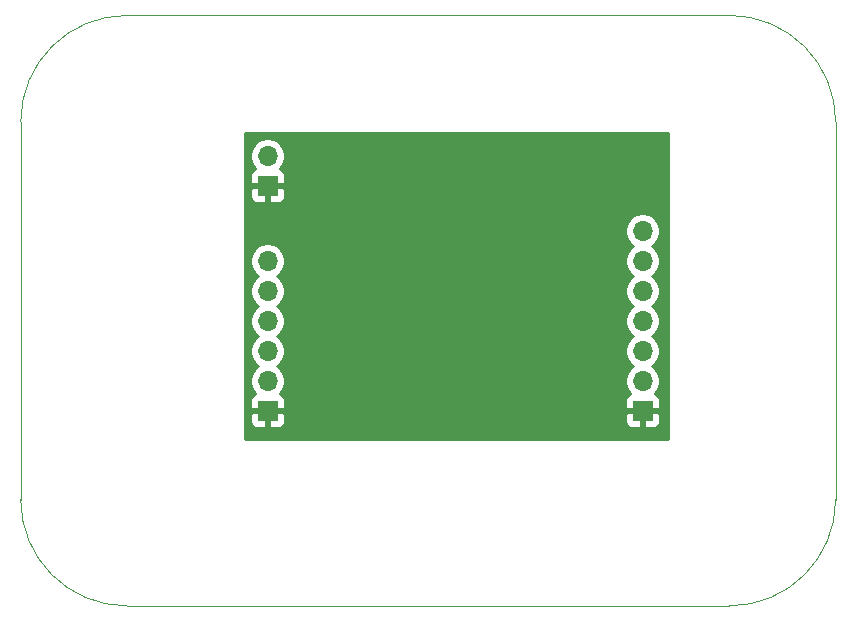
<source format=gbr>
%TF.GenerationSoftware,KiCad,Pcbnew,(5.1.10)-1*%
%TF.CreationDate,2021-08-02T08:48:12-04:00*%
%TF.ProjectId,lora-testing-board,6c6f7261-2d74-4657-9374-696e672d626f,rev?*%
%TF.SameCoordinates,Original*%
%TF.FileFunction,Copper,L2,Bot*%
%TF.FilePolarity,Positive*%
%FSLAX46Y46*%
G04 Gerber Fmt 4.6, Leading zero omitted, Abs format (unit mm)*
G04 Created by KiCad (PCBNEW (5.1.10)-1) date 2021-08-02 08:48:12*
%MOMM*%
%LPD*%
G01*
G04 APERTURE LIST*
%TA.AperFunction,Profile*%
%ADD10C,0.050000*%
%TD*%
%TA.AperFunction,ComponentPad*%
%ADD11R,1.700000X1.700000*%
%TD*%
%TA.AperFunction,ComponentPad*%
%ADD12O,1.700000X1.700000*%
%TD*%
%TA.AperFunction,Conductor*%
%ADD13C,0.254000*%
%TD*%
%TA.AperFunction,Conductor*%
%ADD14C,0.100000*%
%TD*%
G04 APERTURE END LIST*
D10*
X137000000Y-118000000D02*
G75*
G02*
X128000000Y-127000000I-9000000J0D01*
G01*
X77000000Y-127000000D02*
G75*
G02*
X68000000Y-118000000I0J9000000D01*
G01*
X128000000Y-77000000D02*
G75*
G02*
X137000000Y-86000000I0J-9000000D01*
G01*
X68000000Y-86000000D02*
G75*
G02*
X77000000Y-77000000I9000000J0D01*
G01*
X128000000Y-77000000D02*
X77000000Y-77000000D01*
X137000000Y-118000000D02*
X137000000Y-86000000D01*
X77000000Y-127000000D02*
X128000000Y-127000000D01*
X68000000Y-86000000D02*
X68000000Y-118000000D01*
D11*
%TO.P,J1,1*%
%TO.N,GND1*%
X88900000Y-91440000D03*
D12*
%TO.P,J1,2*%
%TO.N,Net-(C1-Pad1)*%
X88900000Y-88900000D03*
%TD*%
D11*
%TO.P,J2,1*%
%TO.N,GND1*%
X88900000Y-110490000D03*
D12*
%TO.P,J2,2*%
%TO.N,Net-(J2-Pad2)*%
X88900000Y-107950000D03*
%TO.P,J2,3*%
%TO.N,Net-(J2-Pad3)*%
X88900000Y-105410000D03*
%TO.P,J2,4*%
%TO.N,Net-(J2-Pad4)*%
X88900000Y-102870000D03*
%TO.P,J2,5*%
%TO.N,Net-(J2-Pad5)*%
X88900000Y-100330000D03*
%TO.P,J2,6*%
%TO.N,Net-(J2-Pad6)*%
X88900000Y-97790000D03*
%TD*%
D11*
%TO.P,J4,1*%
%TO.N,GND1*%
X120650000Y-110490000D03*
D12*
%TO.P,J4,2*%
%TO.N,Net-(J4-Pad2)*%
X120650000Y-107950000D03*
%TO.P,J4,3*%
%TO.N,Net-(J4-Pad3)*%
X120650000Y-105410000D03*
%TO.P,J4,4*%
%TO.N,Net-(J4-Pad4)*%
X120650000Y-102870000D03*
%TO.P,J4,5*%
%TO.N,Net-(J4-Pad5)*%
X120650000Y-100330000D03*
%TO.P,J4,6*%
%TO.N,Net-(J4-Pad6)*%
X120650000Y-97790000D03*
%TO.P,J4,7*%
%TO.N,Net-(J4-Pad7)*%
X120650000Y-95250000D03*
%TD*%
D13*
%TO.N,GND1*%
X122809000Y-112903000D02*
X86995000Y-112903000D01*
X86995000Y-111340000D01*
X87411928Y-111340000D01*
X87424188Y-111464482D01*
X87460498Y-111584180D01*
X87519463Y-111694494D01*
X87598815Y-111791185D01*
X87695506Y-111870537D01*
X87805820Y-111929502D01*
X87925518Y-111965812D01*
X88050000Y-111978072D01*
X88614250Y-111975000D01*
X88773000Y-111816250D01*
X88773000Y-110617000D01*
X89027000Y-110617000D01*
X89027000Y-111816250D01*
X89185750Y-111975000D01*
X89750000Y-111978072D01*
X89874482Y-111965812D01*
X89994180Y-111929502D01*
X90104494Y-111870537D01*
X90201185Y-111791185D01*
X90280537Y-111694494D01*
X90339502Y-111584180D01*
X90375812Y-111464482D01*
X90388072Y-111340000D01*
X119161928Y-111340000D01*
X119174188Y-111464482D01*
X119210498Y-111584180D01*
X119269463Y-111694494D01*
X119348815Y-111791185D01*
X119445506Y-111870537D01*
X119555820Y-111929502D01*
X119675518Y-111965812D01*
X119800000Y-111978072D01*
X120364250Y-111975000D01*
X120523000Y-111816250D01*
X120523000Y-110617000D01*
X120777000Y-110617000D01*
X120777000Y-111816250D01*
X120935750Y-111975000D01*
X121500000Y-111978072D01*
X121624482Y-111965812D01*
X121744180Y-111929502D01*
X121854494Y-111870537D01*
X121951185Y-111791185D01*
X122030537Y-111694494D01*
X122089502Y-111584180D01*
X122125812Y-111464482D01*
X122138072Y-111340000D01*
X122135000Y-110775750D01*
X121976250Y-110617000D01*
X120777000Y-110617000D01*
X120523000Y-110617000D01*
X119323750Y-110617000D01*
X119165000Y-110775750D01*
X119161928Y-111340000D01*
X90388072Y-111340000D01*
X90385000Y-110775750D01*
X90226250Y-110617000D01*
X89027000Y-110617000D01*
X88773000Y-110617000D01*
X87573750Y-110617000D01*
X87415000Y-110775750D01*
X87411928Y-111340000D01*
X86995000Y-111340000D01*
X86995000Y-109640000D01*
X87411928Y-109640000D01*
X87415000Y-110204250D01*
X87573750Y-110363000D01*
X88773000Y-110363000D01*
X88773000Y-110343000D01*
X89027000Y-110343000D01*
X89027000Y-110363000D01*
X90226250Y-110363000D01*
X90385000Y-110204250D01*
X90388072Y-109640000D01*
X119161928Y-109640000D01*
X119165000Y-110204250D01*
X119323750Y-110363000D01*
X120523000Y-110363000D01*
X120523000Y-110343000D01*
X120777000Y-110343000D01*
X120777000Y-110363000D01*
X121976250Y-110363000D01*
X122135000Y-110204250D01*
X122138072Y-109640000D01*
X122125812Y-109515518D01*
X122089502Y-109395820D01*
X122030537Y-109285506D01*
X121951185Y-109188815D01*
X121854494Y-109109463D01*
X121744180Y-109050498D01*
X121671620Y-109028487D01*
X121803475Y-108896632D01*
X121965990Y-108653411D01*
X122077932Y-108383158D01*
X122135000Y-108096260D01*
X122135000Y-107803740D01*
X122077932Y-107516842D01*
X121965990Y-107246589D01*
X121803475Y-107003368D01*
X121596632Y-106796525D01*
X121422240Y-106680000D01*
X121596632Y-106563475D01*
X121803475Y-106356632D01*
X121965990Y-106113411D01*
X122077932Y-105843158D01*
X122135000Y-105556260D01*
X122135000Y-105263740D01*
X122077932Y-104976842D01*
X121965990Y-104706589D01*
X121803475Y-104463368D01*
X121596632Y-104256525D01*
X121422240Y-104140000D01*
X121596632Y-104023475D01*
X121803475Y-103816632D01*
X121965990Y-103573411D01*
X122077932Y-103303158D01*
X122135000Y-103016260D01*
X122135000Y-102723740D01*
X122077932Y-102436842D01*
X121965990Y-102166589D01*
X121803475Y-101923368D01*
X121596632Y-101716525D01*
X121422240Y-101600000D01*
X121596632Y-101483475D01*
X121803475Y-101276632D01*
X121965990Y-101033411D01*
X122077932Y-100763158D01*
X122135000Y-100476260D01*
X122135000Y-100183740D01*
X122077932Y-99896842D01*
X121965990Y-99626589D01*
X121803475Y-99383368D01*
X121596632Y-99176525D01*
X121422240Y-99060000D01*
X121596632Y-98943475D01*
X121803475Y-98736632D01*
X121965990Y-98493411D01*
X122077932Y-98223158D01*
X122135000Y-97936260D01*
X122135000Y-97643740D01*
X122077932Y-97356842D01*
X121965990Y-97086589D01*
X121803475Y-96843368D01*
X121596632Y-96636525D01*
X121422240Y-96520000D01*
X121596632Y-96403475D01*
X121803475Y-96196632D01*
X121965990Y-95953411D01*
X122077932Y-95683158D01*
X122135000Y-95396260D01*
X122135000Y-95103740D01*
X122077932Y-94816842D01*
X121965990Y-94546589D01*
X121803475Y-94303368D01*
X121596632Y-94096525D01*
X121353411Y-93934010D01*
X121083158Y-93822068D01*
X120796260Y-93765000D01*
X120503740Y-93765000D01*
X120216842Y-93822068D01*
X119946589Y-93934010D01*
X119703368Y-94096525D01*
X119496525Y-94303368D01*
X119334010Y-94546589D01*
X119222068Y-94816842D01*
X119165000Y-95103740D01*
X119165000Y-95396260D01*
X119222068Y-95683158D01*
X119334010Y-95953411D01*
X119496525Y-96196632D01*
X119703368Y-96403475D01*
X119877760Y-96520000D01*
X119703368Y-96636525D01*
X119496525Y-96843368D01*
X119334010Y-97086589D01*
X119222068Y-97356842D01*
X119165000Y-97643740D01*
X119165000Y-97936260D01*
X119222068Y-98223158D01*
X119334010Y-98493411D01*
X119496525Y-98736632D01*
X119703368Y-98943475D01*
X119877760Y-99060000D01*
X119703368Y-99176525D01*
X119496525Y-99383368D01*
X119334010Y-99626589D01*
X119222068Y-99896842D01*
X119165000Y-100183740D01*
X119165000Y-100476260D01*
X119222068Y-100763158D01*
X119334010Y-101033411D01*
X119496525Y-101276632D01*
X119703368Y-101483475D01*
X119877760Y-101600000D01*
X119703368Y-101716525D01*
X119496525Y-101923368D01*
X119334010Y-102166589D01*
X119222068Y-102436842D01*
X119165000Y-102723740D01*
X119165000Y-103016260D01*
X119222068Y-103303158D01*
X119334010Y-103573411D01*
X119496525Y-103816632D01*
X119703368Y-104023475D01*
X119877760Y-104140000D01*
X119703368Y-104256525D01*
X119496525Y-104463368D01*
X119334010Y-104706589D01*
X119222068Y-104976842D01*
X119165000Y-105263740D01*
X119165000Y-105556260D01*
X119222068Y-105843158D01*
X119334010Y-106113411D01*
X119496525Y-106356632D01*
X119703368Y-106563475D01*
X119877760Y-106680000D01*
X119703368Y-106796525D01*
X119496525Y-107003368D01*
X119334010Y-107246589D01*
X119222068Y-107516842D01*
X119165000Y-107803740D01*
X119165000Y-108096260D01*
X119222068Y-108383158D01*
X119334010Y-108653411D01*
X119496525Y-108896632D01*
X119628380Y-109028487D01*
X119555820Y-109050498D01*
X119445506Y-109109463D01*
X119348815Y-109188815D01*
X119269463Y-109285506D01*
X119210498Y-109395820D01*
X119174188Y-109515518D01*
X119161928Y-109640000D01*
X90388072Y-109640000D01*
X90375812Y-109515518D01*
X90339502Y-109395820D01*
X90280537Y-109285506D01*
X90201185Y-109188815D01*
X90104494Y-109109463D01*
X89994180Y-109050498D01*
X89921620Y-109028487D01*
X90053475Y-108896632D01*
X90215990Y-108653411D01*
X90327932Y-108383158D01*
X90385000Y-108096260D01*
X90385000Y-107803740D01*
X90327932Y-107516842D01*
X90215990Y-107246589D01*
X90053475Y-107003368D01*
X89846632Y-106796525D01*
X89672240Y-106680000D01*
X89846632Y-106563475D01*
X90053475Y-106356632D01*
X90215990Y-106113411D01*
X90327932Y-105843158D01*
X90385000Y-105556260D01*
X90385000Y-105263740D01*
X90327932Y-104976842D01*
X90215990Y-104706589D01*
X90053475Y-104463368D01*
X89846632Y-104256525D01*
X89672240Y-104140000D01*
X89846632Y-104023475D01*
X90053475Y-103816632D01*
X90215990Y-103573411D01*
X90327932Y-103303158D01*
X90385000Y-103016260D01*
X90385000Y-102723740D01*
X90327932Y-102436842D01*
X90215990Y-102166589D01*
X90053475Y-101923368D01*
X89846632Y-101716525D01*
X89672240Y-101600000D01*
X89846632Y-101483475D01*
X90053475Y-101276632D01*
X90215990Y-101033411D01*
X90327932Y-100763158D01*
X90385000Y-100476260D01*
X90385000Y-100183740D01*
X90327932Y-99896842D01*
X90215990Y-99626589D01*
X90053475Y-99383368D01*
X89846632Y-99176525D01*
X89672240Y-99060000D01*
X89846632Y-98943475D01*
X90053475Y-98736632D01*
X90215990Y-98493411D01*
X90327932Y-98223158D01*
X90385000Y-97936260D01*
X90385000Y-97643740D01*
X90327932Y-97356842D01*
X90215990Y-97086589D01*
X90053475Y-96843368D01*
X89846632Y-96636525D01*
X89603411Y-96474010D01*
X89333158Y-96362068D01*
X89046260Y-96305000D01*
X88753740Y-96305000D01*
X88466842Y-96362068D01*
X88196589Y-96474010D01*
X87953368Y-96636525D01*
X87746525Y-96843368D01*
X87584010Y-97086589D01*
X87472068Y-97356842D01*
X87415000Y-97643740D01*
X87415000Y-97936260D01*
X87472068Y-98223158D01*
X87584010Y-98493411D01*
X87746525Y-98736632D01*
X87953368Y-98943475D01*
X88127760Y-99060000D01*
X87953368Y-99176525D01*
X87746525Y-99383368D01*
X87584010Y-99626589D01*
X87472068Y-99896842D01*
X87415000Y-100183740D01*
X87415000Y-100476260D01*
X87472068Y-100763158D01*
X87584010Y-101033411D01*
X87746525Y-101276632D01*
X87953368Y-101483475D01*
X88127760Y-101600000D01*
X87953368Y-101716525D01*
X87746525Y-101923368D01*
X87584010Y-102166589D01*
X87472068Y-102436842D01*
X87415000Y-102723740D01*
X87415000Y-103016260D01*
X87472068Y-103303158D01*
X87584010Y-103573411D01*
X87746525Y-103816632D01*
X87953368Y-104023475D01*
X88127760Y-104140000D01*
X87953368Y-104256525D01*
X87746525Y-104463368D01*
X87584010Y-104706589D01*
X87472068Y-104976842D01*
X87415000Y-105263740D01*
X87415000Y-105556260D01*
X87472068Y-105843158D01*
X87584010Y-106113411D01*
X87746525Y-106356632D01*
X87953368Y-106563475D01*
X88127760Y-106680000D01*
X87953368Y-106796525D01*
X87746525Y-107003368D01*
X87584010Y-107246589D01*
X87472068Y-107516842D01*
X87415000Y-107803740D01*
X87415000Y-108096260D01*
X87472068Y-108383158D01*
X87584010Y-108653411D01*
X87746525Y-108896632D01*
X87878380Y-109028487D01*
X87805820Y-109050498D01*
X87695506Y-109109463D01*
X87598815Y-109188815D01*
X87519463Y-109285506D01*
X87460498Y-109395820D01*
X87424188Y-109515518D01*
X87411928Y-109640000D01*
X86995000Y-109640000D01*
X86995000Y-92290000D01*
X87411928Y-92290000D01*
X87424188Y-92414482D01*
X87460498Y-92534180D01*
X87519463Y-92644494D01*
X87598815Y-92741185D01*
X87695506Y-92820537D01*
X87805820Y-92879502D01*
X87925518Y-92915812D01*
X88050000Y-92928072D01*
X88614250Y-92925000D01*
X88773000Y-92766250D01*
X88773000Y-91567000D01*
X89027000Y-91567000D01*
X89027000Y-92766250D01*
X89185750Y-92925000D01*
X89750000Y-92928072D01*
X89874482Y-92915812D01*
X89994180Y-92879502D01*
X90104494Y-92820537D01*
X90201185Y-92741185D01*
X90280537Y-92644494D01*
X90339502Y-92534180D01*
X90375812Y-92414482D01*
X90388072Y-92290000D01*
X90385000Y-91725750D01*
X90226250Y-91567000D01*
X89027000Y-91567000D01*
X88773000Y-91567000D01*
X87573750Y-91567000D01*
X87415000Y-91725750D01*
X87411928Y-92290000D01*
X86995000Y-92290000D01*
X86995000Y-90590000D01*
X87411928Y-90590000D01*
X87415000Y-91154250D01*
X87573750Y-91313000D01*
X88773000Y-91313000D01*
X88773000Y-91293000D01*
X89027000Y-91293000D01*
X89027000Y-91313000D01*
X90226250Y-91313000D01*
X90385000Y-91154250D01*
X90388072Y-90590000D01*
X90375812Y-90465518D01*
X90339502Y-90345820D01*
X90280537Y-90235506D01*
X90201185Y-90138815D01*
X90104494Y-90059463D01*
X89994180Y-90000498D01*
X89921620Y-89978487D01*
X90053475Y-89846632D01*
X90215990Y-89603411D01*
X90327932Y-89333158D01*
X90385000Y-89046260D01*
X90385000Y-88753740D01*
X90327932Y-88466842D01*
X90215990Y-88196589D01*
X90053475Y-87953368D01*
X89846632Y-87746525D01*
X89603411Y-87584010D01*
X89333158Y-87472068D01*
X89046260Y-87415000D01*
X88753740Y-87415000D01*
X88466842Y-87472068D01*
X88196589Y-87584010D01*
X87953368Y-87746525D01*
X87746525Y-87953368D01*
X87584010Y-88196589D01*
X87472068Y-88466842D01*
X87415000Y-88753740D01*
X87415000Y-89046260D01*
X87472068Y-89333158D01*
X87584010Y-89603411D01*
X87746525Y-89846632D01*
X87878380Y-89978487D01*
X87805820Y-90000498D01*
X87695506Y-90059463D01*
X87598815Y-90138815D01*
X87519463Y-90235506D01*
X87460498Y-90345820D01*
X87424188Y-90465518D01*
X87411928Y-90590000D01*
X86995000Y-90590000D01*
X86995000Y-86995000D01*
X122809000Y-86995000D01*
X122809000Y-112903000D01*
%TA.AperFunction,Conductor*%
D14*
G36*
X122809000Y-112903000D02*
G01*
X86995000Y-112903000D01*
X86995000Y-111340000D01*
X87411928Y-111340000D01*
X87424188Y-111464482D01*
X87460498Y-111584180D01*
X87519463Y-111694494D01*
X87598815Y-111791185D01*
X87695506Y-111870537D01*
X87805820Y-111929502D01*
X87925518Y-111965812D01*
X88050000Y-111978072D01*
X88614250Y-111975000D01*
X88773000Y-111816250D01*
X88773000Y-110617000D01*
X89027000Y-110617000D01*
X89027000Y-111816250D01*
X89185750Y-111975000D01*
X89750000Y-111978072D01*
X89874482Y-111965812D01*
X89994180Y-111929502D01*
X90104494Y-111870537D01*
X90201185Y-111791185D01*
X90280537Y-111694494D01*
X90339502Y-111584180D01*
X90375812Y-111464482D01*
X90388072Y-111340000D01*
X119161928Y-111340000D01*
X119174188Y-111464482D01*
X119210498Y-111584180D01*
X119269463Y-111694494D01*
X119348815Y-111791185D01*
X119445506Y-111870537D01*
X119555820Y-111929502D01*
X119675518Y-111965812D01*
X119800000Y-111978072D01*
X120364250Y-111975000D01*
X120523000Y-111816250D01*
X120523000Y-110617000D01*
X120777000Y-110617000D01*
X120777000Y-111816250D01*
X120935750Y-111975000D01*
X121500000Y-111978072D01*
X121624482Y-111965812D01*
X121744180Y-111929502D01*
X121854494Y-111870537D01*
X121951185Y-111791185D01*
X122030537Y-111694494D01*
X122089502Y-111584180D01*
X122125812Y-111464482D01*
X122138072Y-111340000D01*
X122135000Y-110775750D01*
X121976250Y-110617000D01*
X120777000Y-110617000D01*
X120523000Y-110617000D01*
X119323750Y-110617000D01*
X119165000Y-110775750D01*
X119161928Y-111340000D01*
X90388072Y-111340000D01*
X90385000Y-110775750D01*
X90226250Y-110617000D01*
X89027000Y-110617000D01*
X88773000Y-110617000D01*
X87573750Y-110617000D01*
X87415000Y-110775750D01*
X87411928Y-111340000D01*
X86995000Y-111340000D01*
X86995000Y-109640000D01*
X87411928Y-109640000D01*
X87415000Y-110204250D01*
X87573750Y-110363000D01*
X88773000Y-110363000D01*
X88773000Y-110343000D01*
X89027000Y-110343000D01*
X89027000Y-110363000D01*
X90226250Y-110363000D01*
X90385000Y-110204250D01*
X90388072Y-109640000D01*
X119161928Y-109640000D01*
X119165000Y-110204250D01*
X119323750Y-110363000D01*
X120523000Y-110363000D01*
X120523000Y-110343000D01*
X120777000Y-110343000D01*
X120777000Y-110363000D01*
X121976250Y-110363000D01*
X122135000Y-110204250D01*
X122138072Y-109640000D01*
X122125812Y-109515518D01*
X122089502Y-109395820D01*
X122030537Y-109285506D01*
X121951185Y-109188815D01*
X121854494Y-109109463D01*
X121744180Y-109050498D01*
X121671620Y-109028487D01*
X121803475Y-108896632D01*
X121965990Y-108653411D01*
X122077932Y-108383158D01*
X122135000Y-108096260D01*
X122135000Y-107803740D01*
X122077932Y-107516842D01*
X121965990Y-107246589D01*
X121803475Y-107003368D01*
X121596632Y-106796525D01*
X121422240Y-106680000D01*
X121596632Y-106563475D01*
X121803475Y-106356632D01*
X121965990Y-106113411D01*
X122077932Y-105843158D01*
X122135000Y-105556260D01*
X122135000Y-105263740D01*
X122077932Y-104976842D01*
X121965990Y-104706589D01*
X121803475Y-104463368D01*
X121596632Y-104256525D01*
X121422240Y-104140000D01*
X121596632Y-104023475D01*
X121803475Y-103816632D01*
X121965990Y-103573411D01*
X122077932Y-103303158D01*
X122135000Y-103016260D01*
X122135000Y-102723740D01*
X122077932Y-102436842D01*
X121965990Y-102166589D01*
X121803475Y-101923368D01*
X121596632Y-101716525D01*
X121422240Y-101600000D01*
X121596632Y-101483475D01*
X121803475Y-101276632D01*
X121965990Y-101033411D01*
X122077932Y-100763158D01*
X122135000Y-100476260D01*
X122135000Y-100183740D01*
X122077932Y-99896842D01*
X121965990Y-99626589D01*
X121803475Y-99383368D01*
X121596632Y-99176525D01*
X121422240Y-99060000D01*
X121596632Y-98943475D01*
X121803475Y-98736632D01*
X121965990Y-98493411D01*
X122077932Y-98223158D01*
X122135000Y-97936260D01*
X122135000Y-97643740D01*
X122077932Y-97356842D01*
X121965990Y-97086589D01*
X121803475Y-96843368D01*
X121596632Y-96636525D01*
X121422240Y-96520000D01*
X121596632Y-96403475D01*
X121803475Y-96196632D01*
X121965990Y-95953411D01*
X122077932Y-95683158D01*
X122135000Y-95396260D01*
X122135000Y-95103740D01*
X122077932Y-94816842D01*
X121965990Y-94546589D01*
X121803475Y-94303368D01*
X121596632Y-94096525D01*
X121353411Y-93934010D01*
X121083158Y-93822068D01*
X120796260Y-93765000D01*
X120503740Y-93765000D01*
X120216842Y-93822068D01*
X119946589Y-93934010D01*
X119703368Y-94096525D01*
X119496525Y-94303368D01*
X119334010Y-94546589D01*
X119222068Y-94816842D01*
X119165000Y-95103740D01*
X119165000Y-95396260D01*
X119222068Y-95683158D01*
X119334010Y-95953411D01*
X119496525Y-96196632D01*
X119703368Y-96403475D01*
X119877760Y-96520000D01*
X119703368Y-96636525D01*
X119496525Y-96843368D01*
X119334010Y-97086589D01*
X119222068Y-97356842D01*
X119165000Y-97643740D01*
X119165000Y-97936260D01*
X119222068Y-98223158D01*
X119334010Y-98493411D01*
X119496525Y-98736632D01*
X119703368Y-98943475D01*
X119877760Y-99060000D01*
X119703368Y-99176525D01*
X119496525Y-99383368D01*
X119334010Y-99626589D01*
X119222068Y-99896842D01*
X119165000Y-100183740D01*
X119165000Y-100476260D01*
X119222068Y-100763158D01*
X119334010Y-101033411D01*
X119496525Y-101276632D01*
X119703368Y-101483475D01*
X119877760Y-101600000D01*
X119703368Y-101716525D01*
X119496525Y-101923368D01*
X119334010Y-102166589D01*
X119222068Y-102436842D01*
X119165000Y-102723740D01*
X119165000Y-103016260D01*
X119222068Y-103303158D01*
X119334010Y-103573411D01*
X119496525Y-103816632D01*
X119703368Y-104023475D01*
X119877760Y-104140000D01*
X119703368Y-104256525D01*
X119496525Y-104463368D01*
X119334010Y-104706589D01*
X119222068Y-104976842D01*
X119165000Y-105263740D01*
X119165000Y-105556260D01*
X119222068Y-105843158D01*
X119334010Y-106113411D01*
X119496525Y-106356632D01*
X119703368Y-106563475D01*
X119877760Y-106680000D01*
X119703368Y-106796525D01*
X119496525Y-107003368D01*
X119334010Y-107246589D01*
X119222068Y-107516842D01*
X119165000Y-107803740D01*
X119165000Y-108096260D01*
X119222068Y-108383158D01*
X119334010Y-108653411D01*
X119496525Y-108896632D01*
X119628380Y-109028487D01*
X119555820Y-109050498D01*
X119445506Y-109109463D01*
X119348815Y-109188815D01*
X119269463Y-109285506D01*
X119210498Y-109395820D01*
X119174188Y-109515518D01*
X119161928Y-109640000D01*
X90388072Y-109640000D01*
X90375812Y-109515518D01*
X90339502Y-109395820D01*
X90280537Y-109285506D01*
X90201185Y-109188815D01*
X90104494Y-109109463D01*
X89994180Y-109050498D01*
X89921620Y-109028487D01*
X90053475Y-108896632D01*
X90215990Y-108653411D01*
X90327932Y-108383158D01*
X90385000Y-108096260D01*
X90385000Y-107803740D01*
X90327932Y-107516842D01*
X90215990Y-107246589D01*
X90053475Y-107003368D01*
X89846632Y-106796525D01*
X89672240Y-106680000D01*
X89846632Y-106563475D01*
X90053475Y-106356632D01*
X90215990Y-106113411D01*
X90327932Y-105843158D01*
X90385000Y-105556260D01*
X90385000Y-105263740D01*
X90327932Y-104976842D01*
X90215990Y-104706589D01*
X90053475Y-104463368D01*
X89846632Y-104256525D01*
X89672240Y-104140000D01*
X89846632Y-104023475D01*
X90053475Y-103816632D01*
X90215990Y-103573411D01*
X90327932Y-103303158D01*
X90385000Y-103016260D01*
X90385000Y-102723740D01*
X90327932Y-102436842D01*
X90215990Y-102166589D01*
X90053475Y-101923368D01*
X89846632Y-101716525D01*
X89672240Y-101600000D01*
X89846632Y-101483475D01*
X90053475Y-101276632D01*
X90215990Y-101033411D01*
X90327932Y-100763158D01*
X90385000Y-100476260D01*
X90385000Y-100183740D01*
X90327932Y-99896842D01*
X90215990Y-99626589D01*
X90053475Y-99383368D01*
X89846632Y-99176525D01*
X89672240Y-99060000D01*
X89846632Y-98943475D01*
X90053475Y-98736632D01*
X90215990Y-98493411D01*
X90327932Y-98223158D01*
X90385000Y-97936260D01*
X90385000Y-97643740D01*
X90327932Y-97356842D01*
X90215990Y-97086589D01*
X90053475Y-96843368D01*
X89846632Y-96636525D01*
X89603411Y-96474010D01*
X89333158Y-96362068D01*
X89046260Y-96305000D01*
X88753740Y-96305000D01*
X88466842Y-96362068D01*
X88196589Y-96474010D01*
X87953368Y-96636525D01*
X87746525Y-96843368D01*
X87584010Y-97086589D01*
X87472068Y-97356842D01*
X87415000Y-97643740D01*
X87415000Y-97936260D01*
X87472068Y-98223158D01*
X87584010Y-98493411D01*
X87746525Y-98736632D01*
X87953368Y-98943475D01*
X88127760Y-99060000D01*
X87953368Y-99176525D01*
X87746525Y-99383368D01*
X87584010Y-99626589D01*
X87472068Y-99896842D01*
X87415000Y-100183740D01*
X87415000Y-100476260D01*
X87472068Y-100763158D01*
X87584010Y-101033411D01*
X87746525Y-101276632D01*
X87953368Y-101483475D01*
X88127760Y-101600000D01*
X87953368Y-101716525D01*
X87746525Y-101923368D01*
X87584010Y-102166589D01*
X87472068Y-102436842D01*
X87415000Y-102723740D01*
X87415000Y-103016260D01*
X87472068Y-103303158D01*
X87584010Y-103573411D01*
X87746525Y-103816632D01*
X87953368Y-104023475D01*
X88127760Y-104140000D01*
X87953368Y-104256525D01*
X87746525Y-104463368D01*
X87584010Y-104706589D01*
X87472068Y-104976842D01*
X87415000Y-105263740D01*
X87415000Y-105556260D01*
X87472068Y-105843158D01*
X87584010Y-106113411D01*
X87746525Y-106356632D01*
X87953368Y-106563475D01*
X88127760Y-106680000D01*
X87953368Y-106796525D01*
X87746525Y-107003368D01*
X87584010Y-107246589D01*
X87472068Y-107516842D01*
X87415000Y-107803740D01*
X87415000Y-108096260D01*
X87472068Y-108383158D01*
X87584010Y-108653411D01*
X87746525Y-108896632D01*
X87878380Y-109028487D01*
X87805820Y-109050498D01*
X87695506Y-109109463D01*
X87598815Y-109188815D01*
X87519463Y-109285506D01*
X87460498Y-109395820D01*
X87424188Y-109515518D01*
X87411928Y-109640000D01*
X86995000Y-109640000D01*
X86995000Y-92290000D01*
X87411928Y-92290000D01*
X87424188Y-92414482D01*
X87460498Y-92534180D01*
X87519463Y-92644494D01*
X87598815Y-92741185D01*
X87695506Y-92820537D01*
X87805820Y-92879502D01*
X87925518Y-92915812D01*
X88050000Y-92928072D01*
X88614250Y-92925000D01*
X88773000Y-92766250D01*
X88773000Y-91567000D01*
X89027000Y-91567000D01*
X89027000Y-92766250D01*
X89185750Y-92925000D01*
X89750000Y-92928072D01*
X89874482Y-92915812D01*
X89994180Y-92879502D01*
X90104494Y-92820537D01*
X90201185Y-92741185D01*
X90280537Y-92644494D01*
X90339502Y-92534180D01*
X90375812Y-92414482D01*
X90388072Y-92290000D01*
X90385000Y-91725750D01*
X90226250Y-91567000D01*
X89027000Y-91567000D01*
X88773000Y-91567000D01*
X87573750Y-91567000D01*
X87415000Y-91725750D01*
X87411928Y-92290000D01*
X86995000Y-92290000D01*
X86995000Y-90590000D01*
X87411928Y-90590000D01*
X87415000Y-91154250D01*
X87573750Y-91313000D01*
X88773000Y-91313000D01*
X88773000Y-91293000D01*
X89027000Y-91293000D01*
X89027000Y-91313000D01*
X90226250Y-91313000D01*
X90385000Y-91154250D01*
X90388072Y-90590000D01*
X90375812Y-90465518D01*
X90339502Y-90345820D01*
X90280537Y-90235506D01*
X90201185Y-90138815D01*
X90104494Y-90059463D01*
X89994180Y-90000498D01*
X89921620Y-89978487D01*
X90053475Y-89846632D01*
X90215990Y-89603411D01*
X90327932Y-89333158D01*
X90385000Y-89046260D01*
X90385000Y-88753740D01*
X90327932Y-88466842D01*
X90215990Y-88196589D01*
X90053475Y-87953368D01*
X89846632Y-87746525D01*
X89603411Y-87584010D01*
X89333158Y-87472068D01*
X89046260Y-87415000D01*
X88753740Y-87415000D01*
X88466842Y-87472068D01*
X88196589Y-87584010D01*
X87953368Y-87746525D01*
X87746525Y-87953368D01*
X87584010Y-88196589D01*
X87472068Y-88466842D01*
X87415000Y-88753740D01*
X87415000Y-89046260D01*
X87472068Y-89333158D01*
X87584010Y-89603411D01*
X87746525Y-89846632D01*
X87878380Y-89978487D01*
X87805820Y-90000498D01*
X87695506Y-90059463D01*
X87598815Y-90138815D01*
X87519463Y-90235506D01*
X87460498Y-90345820D01*
X87424188Y-90465518D01*
X87411928Y-90590000D01*
X86995000Y-90590000D01*
X86995000Y-86995000D01*
X122809000Y-86995000D01*
X122809000Y-112903000D01*
G37*
%TD.AperFunction*%
%TD*%
M02*

</source>
